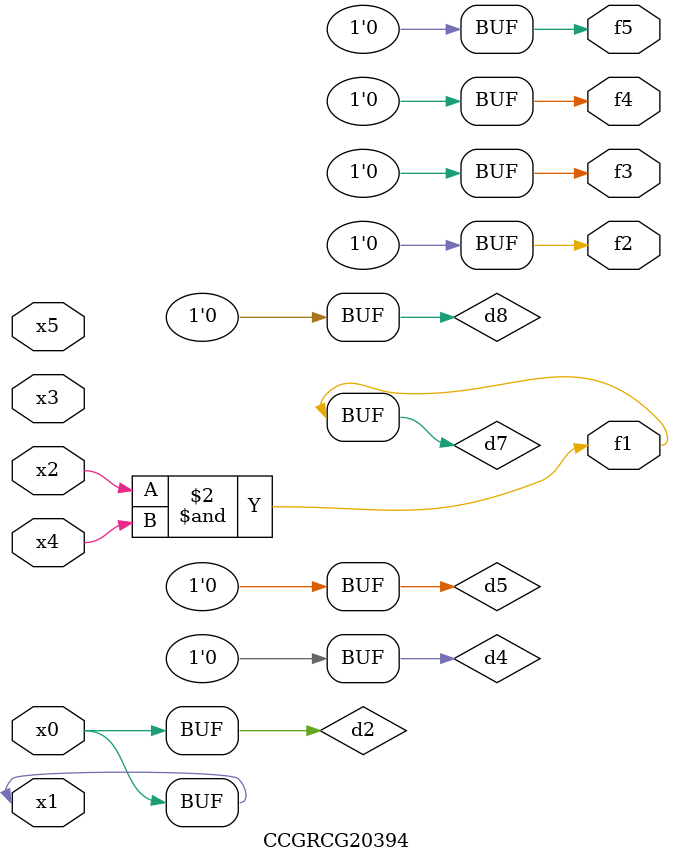
<source format=v>
module CCGRCG20394(
	input x0, x1, x2, x3, x4, x5,
	output f1, f2, f3, f4, f5
);

	wire d1, d2, d3, d4, d5, d6, d7, d8, d9;

	nand (d1, x1);
	buf (d2, x0, x1);
	nand (d3, x2, x4);
	and (d4, d1, d2);
	and (d5, d1, d2);
	nand (d6, d1, d3);
	not (d7, d3);
	xor (d8, d5);
	nor (d9, d5, d6);
	assign f1 = d7;
	assign f2 = d8;
	assign f3 = d8;
	assign f4 = d8;
	assign f5 = d8;
endmodule

</source>
